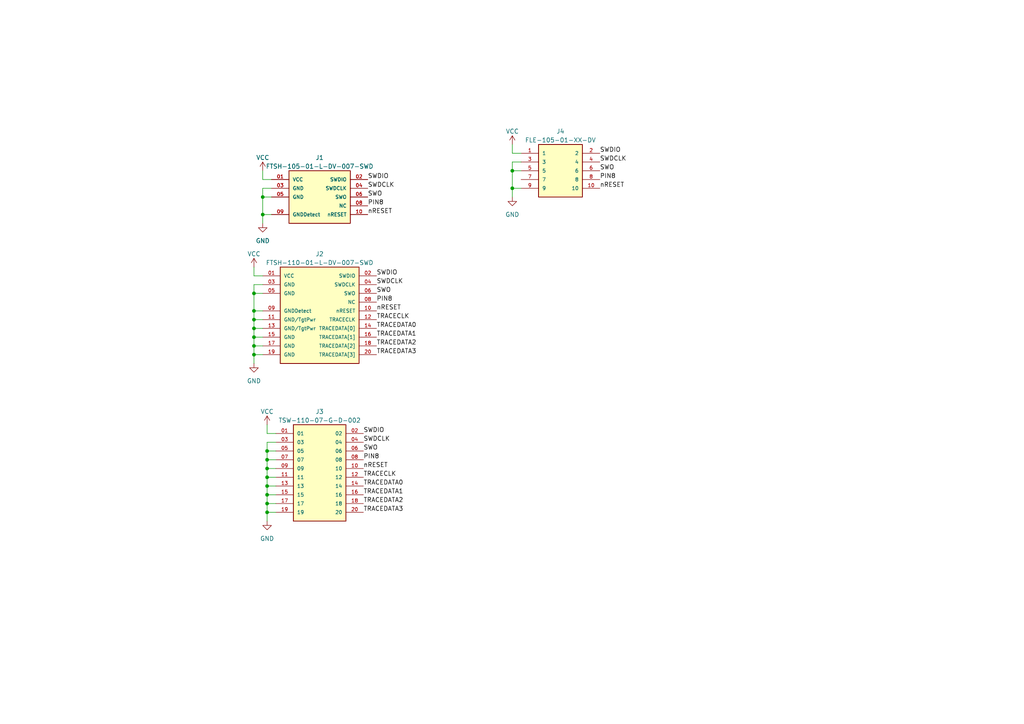
<source format=kicad_sch>
(kicad_sch (version 20230121) (generator eeschema)
  (paper "A4")
  (lib_symbols
    (symbol "Samtec:FLE-105-01-XX-DV" (pin_names (offset 1.016))
      (property "Reference" "J" (at -6.35 2.54 0))
      (property "Value" "FLE-105-01-XX-DV" (at 0 -15.24 0))
      (symbol "FLE-105-01-XX-DV_0_0"
        (rectangle (start -6.35 2.54) (end 6.35 -12.7) (stroke (width 0.254)) (fill (type background)))
      )
      (symbol "FLE-105-01-XX-DV_1_0"
        (pin passive line (at -11.43 0 0) (length 5.08) (name "1") (number "1"))
        (pin passive line (at 11.43 -10.16 180) (length 5.08) (name "10") (number "10"))
        (pin passive line (at 11.43 0 180) (length 5.08) (name "2") (number "2"))
        (pin passive line (at -11.43 -2.54 0) (length 5.08) (name "3") (number "3"))
        (pin passive line (at 11.43 -2.54 180) (length 5.08) (name "4") (number "4"))
        (pin passive line (at -11.43 -5.08 0) (length 5.08) (name "5") (number "5"))
        (pin passive line (at 11.43 -5.08 180) (length 5.08) (name "6") (number "6"))
        (pin passive line (at -11.43 -7.62 0) (length 5.08) (name "7") (number "7"))
        (pin passive line (at 11.43 -7.62 180) (length 5.08) (name "8") (number "8"))
        (pin passive line (at -11.43 -10.16 0) (length 5.08) (name "9") (number "9"))
      )
    )
    (symbol "Samtec:FTSH-105-01-L-DV-007-SWD" (pin_names (offset 1.016))
      (property "Reference" "J" (at -8.12 7.62 0))
      (property "Value" "FTSH-105-01-L-DV-007-SWD" (at -15.24 -10.16 0))
      (symbol "FTSH-105-01-L-DV-007-SWD_0_0"
        (rectangle (start -8.89 7.62) (end 8.89 -7.62) (stroke (width 0.254)) (fill (type background)))
      )
      (symbol "FTSH-105-01-L-DV-007-SWD_1_0"
        (pin passive line (at -13.97 5.08 0) (length 5.08) (name "VCC") (number "01"))
        (pin passive line (at 13.97 5.08 180) (length 5.08) (name "SWDIO") (number "02"))
        (pin passive line (at -13.97 2.54 0) (length 5.08) (name "GND") (number "03"))
        (pin passive line (at 13.97 2.54 180) (length 5.08) (name "SWDCLK") (number "04"))
        (pin passive line (at -13.97 0 0) (length 5.08) (name "GND") (number "05"))
        (pin passive line (at 13.97 0 180) (length 5.08) (name "SWO") (number "06"))
        (pin passive line (at 13.97 -2.54 180) (length 5.08) (name "NC") (number "08"))
        (pin passive line (at -13.97 -5.08 0) (length 5.08) (name "GNDDetect") (number "09"))
        (pin passive line (at 13.97 -5.08 180) (length 5.08) (name "nRESET") (number "10"))
      )
    )
    (symbol "Samtec:FTSH-110-01-L-DV-007-SWD" (pin_names (offset 1.016))
      (property "Reference" "J" (at -8.12 15.24 0))
      (property "Value" "FTSH-110-01-L-DV-007-SWD" (at -15.24 -15.24 0))
      (symbol "FTSH-110-01-L-DV-007-SWD_0_0"
        (rectangle (start -11.43 15.24) (end 11.43 -12.7) (stroke (width 0.254)) (fill (type background)))
      )
      (symbol "FTSH-110-01-L-DV-007-SWD_1_0"
        (pin passive line (at -16.51 12.7 0) (length 5.08) (name "VCC") (number "01"))
        (pin passive line (at 16.51 12.7 180) (length 5.08) (name "SWDIO") (number "02"))
        (pin passive line (at -16.51 10.16 0) (length 5.08) (name "GND") (number "03"))
        (pin passive line (at 16.51 10.16 180) (length 5.08) (name "SWDCLK") (number "04"))
        (pin passive line (at -16.51 7.62 0) (length 5.08) (name "GND") (number "05"))
        (pin passive line (at 16.51 7.62 180) (length 5.08) (name "SWO") (number "06"))
        (pin passive line (at 16.51 5.08 180) (length 5.08) (name "NC") (number "08"))
        (pin passive line (at -16.51 2.54 0) (length 5.08) (name "GNDDetect") (number "09"))
        (pin passive line (at 16.51 2.54 180) (length 5.08) (name "nRESET") (number "10"))
        (pin passive line (at -16.51 0 0) (length 5.08) (name "GND/TgtPwr") (number "11"))
        (pin passive line (at 16.51 0 180) (length 5.08) (name "TRACECLK") (number "12"))
        (pin passive line (at -16.51 -2.54 0) (length 5.08) (name "GND/TgtPwr") (number "13"))
        (pin passive line (at 16.51 -2.54 180) (length 5.08) (name "TRACEDATA[0]") (number "14"))
        (pin passive line (at -16.51 -5.08 0) (length 5.08) (name "GND") (number "15"))
        (pin passive line (at 16.51 -5.08 180) (length 5.08) (name "TRACEDATA[1]") (number "16"))
        (pin passive line (at -16.51 -7.62 0) (length 5.08) (name "GND") (number "17"))
        (pin passive line (at 16.51 -7.62 180) (length 5.08) (name "TRACEDATA[2]") (number "18"))
        (pin passive line (at -16.51 -10.16 0) (length 5.08) (name "GND") (number "19"))
        (pin passive line (at 16.51 -10.16 180) (length 5.08) (name "TRACEDATA[3]") (number "20"))
      )
    )
    (symbol "Samtec:TSW-110-07-G-D-002" (pin_names (offset 1.016))
      (property "Reference" "J" (at -8.128 15.24 0))
      (property "Value" "TSW-110-07-G-D-002" (at -11.43 -15.24 0))
      (symbol "TSW-110-07-G-D-002_0_0"
        (rectangle (start -7.62 -12.7) (end 7.62 15.24) (stroke (width 0.254)) (fill (type background)))
        (pin passive line (at -12.7 12.7 0) (length 5.08) (name "01") (number "01"))
        (pin passive line (at -12.7 10.16 0) (length 5.08) (name "03") (number "03"))
        (pin passive line (at 12.7 10.16 180) (length 5.08) (name "04") (number "04"))
        (pin passive line (at -12.7 7.62 0) (length 5.08) (name "05") (number "05"))
        (pin passive line (at 12.7 7.62 180) (length 5.08) (name "06") (number "06"))
        (pin passive line (at -12.7 5.08 0) (length 5.08) (name "07") (number "07"))
        (pin passive line (at 12.7 5.08 180) (length 5.08) (name "08") (number "08"))
        (pin passive line (at -12.7 2.54 0) (length 5.08) (name "09") (number "09"))
        (pin passive line (at 12.7 2.54 180) (length 5.08) (name "10") (number "10"))
        (pin passive line (at -12.7 0 0) (length 5.08) (name "11") (number "11"))
        (pin passive line (at 12.7 0 180) (length 5.08) (name "12") (number "12"))
        (pin passive line (at -12.7 -2.54 0) (length 5.08) (name "13") (number "13"))
        (pin passive line (at 12.7 -2.54 180) (length 5.08) (name "14") (number "14"))
        (pin passive line (at -12.7 -5.08 0) (length 5.08) (name "15") (number "15"))
        (pin passive line (at 12.7 -5.08 180) (length 5.08) (name "16") (number "16"))
        (pin passive line (at -12.7 -7.62 0) (length 5.08) (name "17") (number "17"))
        (pin passive line (at 12.7 -7.62 180) (length 5.08) (name "18") (number "18"))
        (pin passive line (at -12.7 -10.16 0) (length 5.08) (name "19") (number "19"))
        (pin passive line (at 12.7 -10.16 180) (length 5.08) (name "20") (number "20"))
      )
      (symbol "TSW-110-07-G-D-002_1_0"
        (pin passive line (at 12.7 12.7 180) (length 5.08) (name "02") (number "02"))
      )
    )
    (symbol "power:GND" (power) (pin_names (offset 0))
      (property "Value" "GND" (at 0 -3.81 0))
      (symbol "GND_0_1"
        (polyline (pts (xy 0 0) (xy 0 -1.27) (xy 1.27 -1.27) (xy 0 -2.54) (xy -1.27 -1.27) (xy 0 -1.27)))
      )
      (symbol "GND_1_1"
        (pin power_in line (at 0 0 270) (length 0) hide (name "GND") (number "1"))
      )
    )
    (symbol "power:VCC" (power) (pin_names (offset 0))
      (property "Value" "VCC" (at 0 3.81 0))
      (symbol "VCC_0_1"
        (polyline (pts (xy -0.762 1.27) (xy 0 2.54)))
        (polyline (pts (xy 0 0) (xy 0 2.54)))
        (polyline (pts (xy 0 2.54) (xy 0.762 1.27)))
      )
      (symbol "VCC_1_1"
        (pin power_in line (at 0 0 90) (length 0) hide (name "VCC") (number "1"))
      )
    )
  )
  (junction (at 77.47 148.59))
  (junction (at 73.66 102.87))
  (junction (at 148.59 54.61))
  (junction (at 77.47 135.89))
  (junction (at 73.66 97.79))
  (junction (at 77.47 143.51))
  (junction (at 77.47 133.35))
  (junction (at 76.2 62.23))
  (junction (at 77.47 138.43))
  (junction (at 77.47 130.81))
  (junction (at 77.47 146.05))
  (junction (at 73.66 85.09))
  (junction (at 73.66 92.71))
  (junction (at 73.66 90.17))
  (junction (at 148.59 49.53))
  (junction (at 76.2 57.15))
  (junction (at 77.47 140.97))
  (junction (at 73.66 95.25))
  (junction (at 73.66 100.33))
  (wire (pts (xy 80.01 143.51) (xy 77.47 143.51)))
  (wire (pts (xy 151.13 46.99) (xy 148.59 46.99)))
  (wire (pts (xy 76.2 85.09) (xy 73.66 85.09)))
  (wire (pts (xy 76.2 90.17) (xy 73.66 90.17)))
  (wire (pts (xy 76.2 52.07) (xy 76.2 49.53)))
  (wire (pts (xy 76.2 92.71) (xy 73.66 92.71)))
  (wire (pts (xy 76.2 54.61) (xy 76.2 57.15)))
  (wire (pts (xy 77.47 128.27) (xy 77.47 130.81)))
  (wire (pts (xy 76.2 64.77) (xy 76.2 62.23)))
  (wire (pts (xy 80.01 138.43) (xy 77.47 138.43)))
  (wire (pts (xy 80.01 135.89) (xy 77.47 135.89)))
  (wire (pts (xy 77.47 151.13) (xy 77.47 148.59)))
  (wire (pts (xy 78.74 54.61) (xy 76.2 54.61)))
  (wire (pts (xy 76.2 97.79) (xy 73.66 97.79)))
  (wire (pts (xy 73.66 95.25) (xy 73.66 97.79)))
  (wire (pts (xy 73.66 80.01) (xy 73.66 77.47)))
  (wire (pts (xy 73.66 105.41) (xy 73.66 102.87)))
  (wire (pts (xy 73.66 100.33) (xy 73.66 102.87)))
  (wire (pts (xy 148.59 44.45) (xy 148.59 41.91)))
  (wire (pts (xy 151.13 44.45) (xy 148.59 44.45)))
  (wire (pts (xy 80.01 128.27) (xy 77.47 128.27)))
  (wire (pts (xy 76.2 80.01) (xy 73.66 80.01)))
  (wire (pts (xy 148.59 46.99) (xy 148.59 49.53)))
  (wire (pts (xy 77.47 125.73) (xy 77.47 123.19)))
  (wire (pts (xy 76.2 100.33) (xy 73.66 100.33)))
  (wire (pts (xy 73.66 85.09) (xy 73.66 90.17)))
  (wire (pts (xy 73.66 90.17) (xy 73.66 92.71)))
  (wire (pts (xy 73.66 102.87) (xy 76.2 102.87)))
  (wire (pts (xy 76.2 82.55) (xy 73.66 82.55)))
  (wire (pts (xy 73.66 82.55) (xy 73.66 85.09)))
  (wire (pts (xy 77.47 140.97) (xy 77.47 143.51)))
  (wire (pts (xy 76.2 95.25) (xy 73.66 95.25)))
  (wire (pts (xy 80.01 125.73) (xy 77.47 125.73)))
  (wire (pts (xy 77.47 148.59) (xy 80.01 148.59)))
  (wire (pts (xy 77.47 146.05) (xy 77.47 148.59)))
  (wire (pts (xy 76.2 62.23) (xy 78.74 62.23)))
  (wire (pts (xy 80.01 140.97) (xy 77.47 140.97)))
  (wire (pts (xy 78.74 52.07) (xy 76.2 52.07)))
  (wire (pts (xy 76.2 57.15) (xy 76.2 62.23)))
  (wire (pts (xy 73.66 92.71) (xy 73.66 95.25)))
  (wire (pts (xy 77.47 135.89) (xy 77.47 138.43)))
  (wire (pts (xy 77.47 143.51) (xy 77.47 146.05)))
  (wire (pts (xy 77.47 130.81) (xy 77.47 133.35)))
  (wire (pts (xy 73.66 97.79) (xy 73.66 100.33)))
  (wire (pts (xy 148.59 49.53) (xy 148.59 54.61)))
  (wire (pts (xy 77.47 138.43) (xy 77.47 140.97)))
  (wire (pts (xy 80.01 146.05) (xy 77.47 146.05)))
  (wire (pts (xy 78.74 57.15) (xy 76.2 57.15)))
  (wire (pts (xy 80.01 130.81) (xy 77.47 130.81)))
  (wire (pts (xy 148.59 57.15) (xy 148.59 54.61)))
  (wire (pts (xy 77.47 133.35) (xy 77.47 135.89)))
  (wire (pts (xy 77.47 133.35) (xy 80.01 133.35)))
  (wire (pts (xy 148.59 54.61) (xy 151.13 54.61)))
  (wire (pts (xy 151.13 49.53) (xy 148.59 49.53)))
  (label "SWDCLK" (at 109.22 82.55 0))
  (label "nRESET" (at 109.22 90.17 0))
  (label "TRACEDATA3" (at 105.41 148.59 0))
  (label "SWO" (at 109.22 85.09 0))
  (label "TRACEDATA2" (at 105.41 146.05 0))
  (label "SWDIO" (at 106.68 52.07 0))
  (label "SWDIO" (at 105.41 125.73 0))
  (label "SWO" (at 173.99 49.53 0))
  (label "PIN8" (at 173.99 52.07 0))
  (label "PIN8" (at 109.22 87.63 0))
  (label "TRACEDATA0" (at 105.41 140.97 0))
  (label "TRACECLK" (at 105.41 138.43 0))
  (label "SWO" (at 105.41 130.81 0))
  (label "PIN8" (at 106.68 59.69 0))
  (label "SWDCLK" (at 173.99 46.99 0))
  (label "nRESET" (at 105.41 135.89 0))
  (label "SWDCLK" (at 106.68 54.61 0))
  (label "nRESET" (at 173.99 54.61 0))
  (label "TRACEDATA1" (at 105.41 143.51 0))
  (label "SWDCLK" (at 105.41 128.27 0))
  (label "SWO" (at 106.68 57.15 0))
  (label "TRACEDATA2" (at 109.22 100.33 0))
  (label "SWDIO" (at 109.22 80.01 0))
  (label "SWDIO" (at 173.99 44.45 0))
  (label "nRESET" (at 106.68 62.23 0))
  (label "PIN8" (at 105.41 133.35 0))
  (label "TRACEDATA0" (at 109.22 95.25 0))
  (label "TRACEDATA3" (at 109.22 102.87 0))
  (label "TRACECLK" (at 109.22 92.71 0))
  (label "TRACEDATA1" (at 109.22 97.79 0))
  (symbol (lib_id "Samtec:FTSH-105-01-L-DV-007-SWD") (at 92.71 57.15 0) (unit 1)
    (property "Reference" "J1" (at 92.71 45.72 0))
    (property "Value" "FTSH-105-01-L-DV-007-SWD" (at 92.71 48.26 0))
    (property "Footprint" "Samtec:FTSH-105-01-L-DV-007" (effects hide))
    (property "PARTREV" "R" (effects hide))
    (property "MANUFACTURER" "Samtec" (effects hide))
    (property "STANDARD" "Manufacturer Recommendations" (effects hide))
  )
  (symbol (lib_id "power:GND") (at 77.47 151.13 0) (unit 1)
    (property "Reference" "#PWR06" (effects hide))
    (property "Value" "GND" (at 77.47 156.21 0))
  )
  (symbol (lib_id "Samtec:TSW-110-07-G-D-002") (at 92.71 138.43 0) (unit 1)
    (property "Reference" "J3" (at 92.71 119.38 0))
    (property "Value" "TSW-110-07-G-D-002" (at 92.71 121.92 0))
    (property "Footprint" "Samtec:TSW-110-07-G-D-002" (effects hide))
    (property "Datasheet" "https://suddendocs.samtec.com/catalog_english/tsw_th.pdf" (effects hide))
    (property "PARTREV" "R" (effects hide))
    (property "STANDARD" "Manufacturer Recommendations" (effects hide))
    (property "MANUFACTURER" "Samtec" (effects hide))
  )
  (symbol (lib_id "power:GND") (at 148.59 57.15 0) (unit 1)
    (property "Reference" "#PWR08" (effects hide))
    (property "Value" "GND" (at 148.59 62.23 0))
  )
  (symbol (lib_id "power:VCC") (at 73.66 77.47 0) (unit 1)
    (property "Reference" "#PWR02" (effects hide))
    (property "Value" "VCC" (at 73.66 73.66 0))
  )
  (symbol (lib_id "Samtec:FLE-105-01-XX-DV") (at 162.56 44.45 0) (unit 1)
    (property "Reference" "J4" (at 162.56 38.1 0))
    (property "Value" "FLE-105-01-XX-DV" (at 162.56 40.64 0))
    (property "Footprint" "Samtec:FLE-105-01-XX-DV" (effects hide))
  )
  (symbol (lib_id "power:VCC") (at 148.59 41.91 0) (unit 1)
    (property "Reference" "#PWR07" (effects hide))
    (property "Value" "VCC" (at 148.59 38.1 0))
  )
  (symbol (lib_id "Samtec:FTSH-110-01-L-DV-007-SWD") (at 92.71 92.71 0) (unit 1)
    (property "Reference" "J2" (at 92.71 73.66 0))
    (property "Value" "FTSH-110-01-L-DV-007-SWD" (at 92.71 76.2 0))
    (property "Footprint" "Samtec:FTSH-110-01-L-DV-007" (effects hide))
    (property "PARTREV" "R" (effects hide))
    (property "MANUFACTURER" "Samtec" (effects hide))
    (property "STANDARD" "Manufacturer Recommendations" (effects hide))
  )
  (symbol (lib_id "power:GND") (at 73.66 105.41 0) (unit 1)
    (property "Reference" "#PWR01" (effects hide))
    (property "Value" "GND" (at 73.66 110.49 0))
  )
  (symbol (lib_id "power:VCC") (at 76.2 49.53 0) (unit 1)
    (property "Reference" "#PWR03" (effects hide))
    (property "Value" "VCC" (at 76.2 45.72 0))
  )
  (symbol (lib_id "power:GND") (at 76.2 64.77 0) (unit 1)
    (property "Reference" "#PWR04" (effects hide))
    (property "Value" "GND" (at 76.2 69.85 0))
  )
  (symbol (lib_id "power:VCC") (at 77.47 123.19 0) (unit 1)
    (property "Reference" "#PWR05" (effects hide))
    (property "Value" "VCC" (at 77.47 119.38 0))
  )
)
</source>
